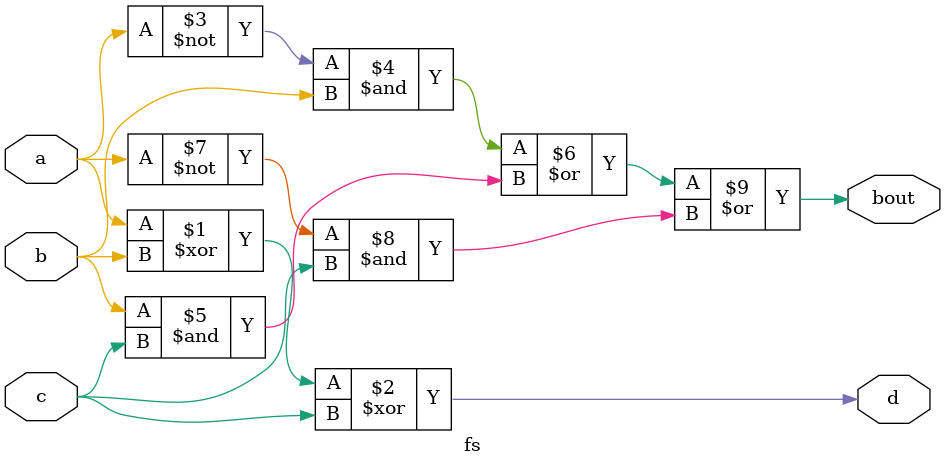
<source format=v>
`timescale 1ns / 1ps

module fs(
output d,bout,
input a,b,c
    );
    assign d = a ^ b ^ c;
    assign bout = (~a & b) | (b & c) | (~a & c);
endmodule

</source>
